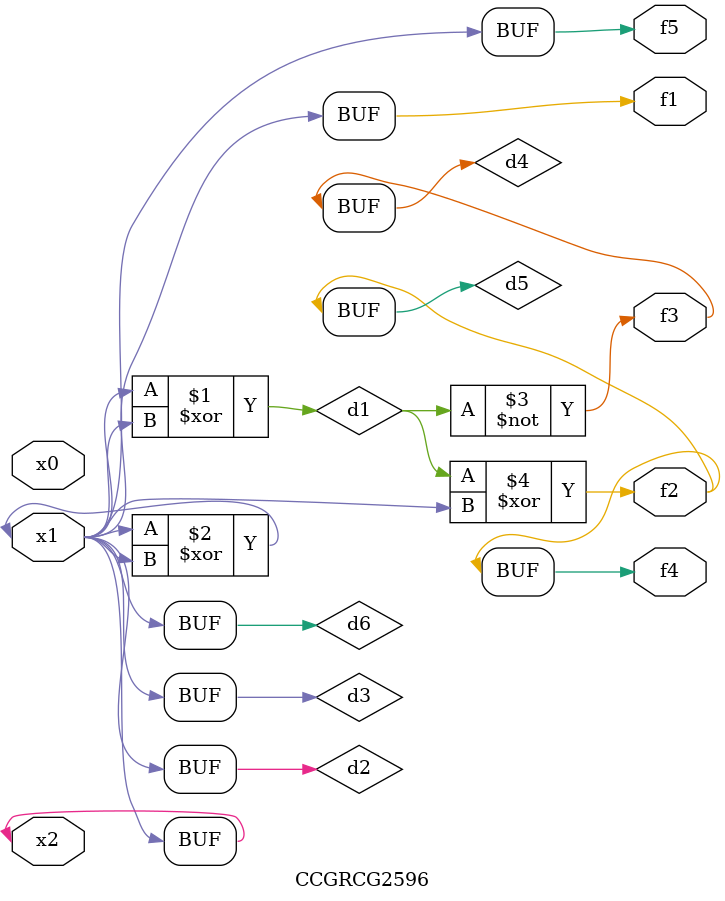
<source format=v>
module CCGRCG2596(
	input x0, x1, x2,
	output f1, f2, f3, f4, f5
);

	wire d1, d2, d3, d4, d5, d6;

	xor (d1, x1, x2);
	buf (d2, x1, x2);
	xor (d3, x1, x2);
	nor (d4, d1);
	xor (d5, d1, d2);
	buf (d6, d2, d3);
	assign f1 = d6;
	assign f2 = d5;
	assign f3 = d4;
	assign f4 = d5;
	assign f5 = d6;
endmodule

</source>
